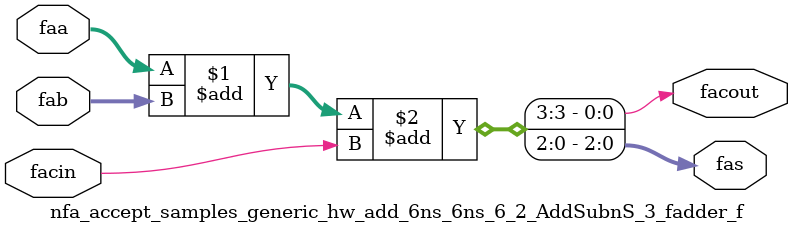
<source format=v>
module nfa_accept_samples_generic_hw_add_6ns_6ns_6_2_AddSubnS_3_fadder_f 
#(parameter
    N = 3
)(
    input  [N-1 : 0]  faa,
    input  [N-1 : 0]  fab,
    input  wire  facin,
    output [N-1 : 0]  fas,
    output wire  facout
);
assign {facout, fas} = faa + fab + facin;
endmodule
</source>
